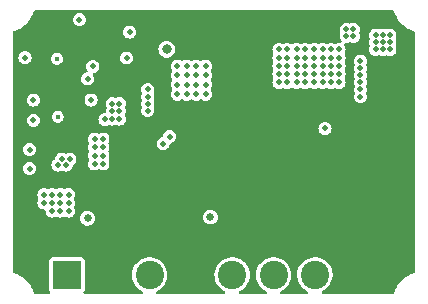
<source format=gbr>
%TF.GenerationSoftware,KiCad,Pcbnew,(6.0.6)*%
%TF.CreationDate,2023-10-14T19:09:52-05:00*%
%TF.ProjectId,Gauntl33tVoltageRegulator,4761756e-746c-4333-9374-566f6c746167,rev?*%
%TF.SameCoordinates,Original*%
%TF.FileFunction,Copper,L2,Inr*%
%TF.FilePolarity,Positive*%
%FSLAX46Y46*%
G04 Gerber Fmt 4.6, Leading zero omitted, Abs format (unit mm)*
G04 Created by KiCad (PCBNEW (6.0.6)) date 2023-10-14 19:09:52*
%MOMM*%
%LPD*%
G01*
G04 APERTURE LIST*
%TA.AperFunction,ComponentPad*%
%ADD10R,2.400000X2.400000*%
%TD*%
%TA.AperFunction,ComponentPad*%
%ADD11C,2.400000*%
%TD*%
%TA.AperFunction,ViaPad*%
%ADD12C,0.500000*%
%TD*%
%TA.AperFunction,ViaPad*%
%ADD13C,0.650000*%
%TD*%
%TA.AperFunction,ViaPad*%
%ADD14C,0.800000*%
%TD*%
%TA.AperFunction,ViaPad*%
%ADD15C,0.400000*%
%TD*%
G04 APERTURE END LIST*
D10*
%TO.N,Net-(F2-Pad1)*%
%TO.C,J1*%
X122050000Y-128900000D03*
D11*
%TO.N,GND*%
X125550000Y-128900000D03*
%TO.N,Net-(F1-Pad1)*%
X129050000Y-128900000D03*
%TO.N,GND*%
X132550000Y-128900000D03*
%TO.N,Net-(J1-Pad5)*%
X136050000Y-128900000D03*
%TO.N,/EN*%
X139550000Y-128900000D03*
%TO.N,/5V*%
X143050000Y-128900000D03*
%TO.N,GND*%
X146550000Y-128900000D03*
%TD*%
D12*
%TO.N,/+20V*%
X126500000Y-115700000D03*
X125100000Y-117400000D03*
X126500000Y-114400000D03*
D13*
X123800000Y-124100000D03*
D12*
X125900000Y-115700000D03*
X143900000Y-116500000D03*
X125100000Y-119500000D03*
X125265498Y-115734502D03*
X125100000Y-118800000D03*
X124400000Y-118800000D03*
X124400000Y-118100000D03*
X121987162Y-119604940D03*
X126500000Y-115000000D03*
X122300000Y-119100000D03*
X121300000Y-119600000D03*
X125900000Y-115000000D03*
X125900000Y-114400000D03*
X124100000Y-114100000D03*
X125100000Y-118100000D03*
X124400000Y-119500000D03*
X121600000Y-119100000D03*
X124400000Y-117400000D03*
%TO.N,GND*%
X132800000Y-116000000D03*
X134700000Y-118500000D03*
X131400000Y-123100000D03*
X150100000Y-122800000D03*
X140600000Y-115400000D03*
X137000000Y-113600000D03*
X126500000Y-112500000D03*
X132800000Y-115400000D03*
X137000000Y-114200000D03*
X128000000Y-122400000D03*
X146200000Y-118600000D03*
X126500000Y-127000000D03*
X136400000Y-114200000D03*
X150600000Y-112100000D03*
X137600000Y-112400000D03*
X128700000Y-121700000D03*
X150100000Y-123400000D03*
X149000000Y-130200000D03*
X138200000Y-114200000D03*
X131600000Y-116000000D03*
X122000000Y-111300000D03*
X138200000Y-111800000D03*
X138200000Y-113000000D03*
X137700000Y-130200000D03*
X146800000Y-119200000D03*
X141600000Y-130200000D03*
X145000000Y-121600000D03*
X136400000Y-113000000D03*
X136400000Y-108200000D03*
X128000000Y-118600000D03*
X146000000Y-106800000D03*
X137200000Y-123800000D03*
X131000000Y-127500000D03*
X135200000Y-115400000D03*
X146200000Y-119200000D03*
X136400000Y-111200000D03*
X128700000Y-120000000D03*
X137800000Y-127400000D03*
X135200000Y-112400000D03*
X130800000Y-130200000D03*
X137600000Y-108200000D03*
X134600000Y-116000000D03*
X151300000Y-114200000D03*
X135800000Y-116000000D03*
X151300000Y-110900000D03*
X135800000Y-113000000D03*
X127262000Y-112760000D03*
X150700000Y-121600000D03*
X134600000Y-115400000D03*
X150700000Y-122800000D03*
X118800000Y-109300000D03*
X136400000Y-111800000D03*
X127900000Y-113400000D03*
X150600000Y-114200000D03*
X151300000Y-110300000D03*
X126500000Y-113500000D03*
X140800000Y-127600000D03*
X137600000Y-110000000D03*
X145600000Y-121000000D03*
X145000000Y-122200000D03*
X136400000Y-115400000D03*
X138200000Y-110600000D03*
X145000000Y-119800000D03*
X130700000Y-123100000D03*
X129400000Y-122400000D03*
X141200000Y-115400000D03*
X148300000Y-130200000D03*
X140900000Y-130200000D03*
X146800000Y-121600000D03*
X146200000Y-119800000D03*
X124600000Y-127000000D03*
X146200000Y-123400000D03*
X140000000Y-121500000D03*
X136400000Y-116000000D03*
X129400000Y-120700000D03*
X129400000Y-120000000D03*
X137600000Y-110600000D03*
X125900000Y-112500000D03*
X134000000Y-116000000D03*
X127200000Y-130200000D03*
X136400000Y-112400000D03*
X135200000Y-110000000D03*
X146200000Y-122800000D03*
X127900000Y-114600000D03*
X146700000Y-106800000D03*
X135800000Y-114200000D03*
X137000000Y-110000000D03*
X133400000Y-116000000D03*
X136000000Y-123800000D03*
X151300000Y-114900000D03*
X135200000Y-108200000D03*
X150600000Y-113500000D03*
X146200000Y-121000000D03*
X150700000Y-123400000D03*
X131600000Y-115400000D03*
X127900000Y-115200000D03*
X137600000Y-111800000D03*
X140000000Y-120100000D03*
X135200000Y-111800000D03*
X128600000Y-110200000D03*
X146800000Y-121000000D03*
X125900000Y-113500000D03*
X150600000Y-110900000D03*
X144800000Y-130200000D03*
X128700000Y-122400000D03*
X137000000Y-108200000D03*
X145600000Y-122200000D03*
X129400000Y-119300000D03*
X137600000Y-115400000D03*
X129400000Y-121700000D03*
X145600000Y-120400000D03*
X135200000Y-110600000D03*
X150600000Y-109000000D03*
X137000000Y-110600000D03*
X138200000Y-111200000D03*
X146800000Y-119800000D03*
X137000000Y-111200000D03*
X134700000Y-119900000D03*
X137600000Y-114800000D03*
X138200000Y-110000000D03*
X150700000Y-118600000D03*
X146800000Y-122200000D03*
X140000000Y-115400000D03*
X132200000Y-115400000D03*
X137000000Y-113000000D03*
X120100000Y-113300000D03*
X135800000Y-112400000D03*
X138200000Y-113600000D03*
X145000000Y-121000000D03*
X136400000Y-113600000D03*
X137000000Y-111800000D03*
X134700000Y-119200000D03*
X133400000Y-115400000D03*
X145600000Y-119800000D03*
X128000000Y-121700000D03*
X138800000Y-115400000D03*
X125900000Y-113000000D03*
X128700000Y-120700000D03*
X145000000Y-119200000D03*
X127900000Y-114000000D03*
X128000000Y-120000000D03*
X136400000Y-114800000D03*
X144800000Y-127600000D03*
X123800000Y-130300000D03*
X135200000Y-113000000D03*
X129400000Y-118600000D03*
X146800000Y-123400000D03*
X135200000Y-113600000D03*
X139400000Y-115400000D03*
X134000000Y-115400000D03*
X151300000Y-111500000D03*
X151300000Y-113500000D03*
X135200000Y-111200000D03*
X128000000Y-120700000D03*
X136400000Y-107600000D03*
X141800000Y-115400000D03*
X137600000Y-111200000D03*
X136000000Y-123200000D03*
X135800000Y-107600000D03*
X150600000Y-112800000D03*
X145000000Y-118600000D03*
X150700000Y-119200000D03*
X146800000Y-120400000D03*
X134700000Y-120600000D03*
X137600000Y-107600000D03*
X135200000Y-114800000D03*
X138200000Y-107600000D03*
X128000000Y-123100000D03*
X138200000Y-114800000D03*
X130700000Y-122400000D03*
X135800000Y-115400000D03*
X151300000Y-112100000D03*
X143100000Y-124400000D03*
X135200000Y-114200000D03*
X146200000Y-122200000D03*
X128700000Y-118600000D03*
X124200000Y-106800000D03*
X150600000Y-111500000D03*
X135800000Y-111800000D03*
X127300000Y-114000000D03*
X151300000Y-112800000D03*
X145000000Y-120400000D03*
X140000000Y-122200000D03*
X136400000Y-110000000D03*
X150700000Y-120400000D03*
X145600000Y-118600000D03*
X135800000Y-113600000D03*
X127300000Y-115200000D03*
D14*
X119000000Y-129000000D03*
D12*
X129400000Y-123100000D03*
X146800000Y-122800000D03*
X146200000Y-121600000D03*
X144600000Y-106800000D03*
X128700000Y-123100000D03*
X145600000Y-122800000D03*
X146200000Y-120400000D03*
X150600000Y-110300000D03*
X145000000Y-123400000D03*
X150600000Y-114900000D03*
X137600000Y-113600000D03*
X137000000Y-112400000D03*
X151300000Y-109000000D03*
X150600000Y-109700000D03*
X122600000Y-107900000D03*
D14*
X118000000Y-128000000D03*
D12*
X137600000Y-116000000D03*
X127300000Y-114600000D03*
X131400000Y-122400000D03*
X122200000Y-114000000D03*
X135800000Y-111200000D03*
X135200000Y-107600000D03*
X128700000Y-119300000D03*
X128000000Y-119300000D03*
X135200000Y-116000000D03*
X151300000Y-109700000D03*
X137000000Y-115400000D03*
X150700000Y-122200000D03*
X137600000Y-113000000D03*
X135800000Y-114800000D03*
X136600000Y-123800000D03*
X138200000Y-116000000D03*
X150700000Y-121000000D03*
X121800000Y-116900000D03*
X135800000Y-110000000D03*
X146800000Y-118600000D03*
X150700000Y-119800000D03*
X138200000Y-115400000D03*
X140000000Y-120800000D03*
X138200000Y-112400000D03*
X127300000Y-113400000D03*
X135800000Y-108200000D03*
X137000000Y-107600000D03*
X145600000Y-121600000D03*
X137000000Y-116000000D03*
X145600000Y-119200000D03*
X134300000Y-127600000D03*
X132200000Y-116000000D03*
X137000000Y-114800000D03*
X137600000Y-114200000D03*
X134300000Y-130200000D03*
X138800000Y-116000000D03*
X150600000Y-108300000D03*
X138200000Y-108200000D03*
X135800000Y-110600000D03*
X136600000Y-123200000D03*
X126500000Y-113000000D03*
X145600000Y-123400000D03*
X145000000Y-122800000D03*
X136400000Y-110600000D03*
X145300000Y-106800000D03*
%TO.N,Net-(200K1-Pad3)*%
X123100000Y-107300000D03*
X119200000Y-115800000D03*
%TO.N,/PGOOD*%
X130200000Y-117800000D03*
X127121588Y-110521588D03*
D13*
%TO.N,/5V*%
X134200000Y-124000000D03*
D12*
X118900000Y-119900000D03*
%TO.N,/Vreg*%
X144400000Y-112600000D03*
X143000000Y-112600000D03*
X146300000Y-108100000D03*
X140000000Y-111900000D03*
X140700000Y-110500000D03*
X142200000Y-109800000D03*
X143000000Y-111200000D03*
X145700000Y-108100000D03*
X145100000Y-112600000D03*
X141500000Y-111200000D03*
X140700000Y-109800000D03*
X146900000Y-111400000D03*
X143700000Y-111900000D03*
X140000000Y-109800000D03*
X140000000Y-112600000D03*
X143700000Y-109800000D03*
X145100000Y-109800000D03*
X143000000Y-109800000D03*
X146300000Y-108700000D03*
X142200000Y-110500000D03*
X145100000Y-111900000D03*
X143700000Y-110500000D03*
X145100000Y-111200000D03*
X142200000Y-112600000D03*
X146900000Y-110800000D03*
X140700000Y-112600000D03*
X146900000Y-112000000D03*
X144400000Y-110500000D03*
X140000000Y-111200000D03*
X142200000Y-111900000D03*
X145700000Y-108700000D03*
X141500000Y-112600000D03*
X140700000Y-111200000D03*
X143000000Y-110500000D03*
X140000000Y-110500000D03*
X143700000Y-112600000D03*
X124246000Y-111254000D03*
X146900000Y-112600000D03*
X142200000Y-111200000D03*
X143700000Y-111200000D03*
X141500000Y-111900000D03*
X146900000Y-113200000D03*
X144400000Y-109800000D03*
X143000000Y-111900000D03*
X141500000Y-109800000D03*
X144400000Y-111900000D03*
X146900000Y-113800000D03*
X144400000Y-111200000D03*
X145100000Y-110500000D03*
X140700000Y-111900000D03*
X141500000Y-110500000D03*
%TO.N,Net-(IC1-Pad5)*%
X131400000Y-112800000D03*
X128900000Y-114400000D03*
X133800000Y-112800000D03*
X128900000Y-115000000D03*
X131400000Y-112000000D03*
X133800000Y-111200000D03*
X133000000Y-111200000D03*
X133800000Y-112000000D03*
X133000000Y-112000000D03*
X132200000Y-112800000D03*
X132200000Y-113600000D03*
X133000000Y-112800000D03*
X131400000Y-113600000D03*
X128900000Y-113800000D03*
X131400000Y-111200000D03*
X132200000Y-111200000D03*
X133800000Y-113600000D03*
X128900000Y-113200000D03*
X132200000Y-112000000D03*
X133000000Y-113600000D03*
%TO.N,Net-(200K1-Pad1)*%
X119200000Y-114100000D03*
X118500000Y-110500000D03*
%TO.N,Net-(F2-Pad1)*%
X122200000Y-122800000D03*
X121500000Y-122100000D03*
X122200000Y-123500000D03*
X121500000Y-122800000D03*
X120800000Y-123500000D03*
X120800000Y-122800000D03*
X120100000Y-122800000D03*
X120100000Y-122100000D03*
X121500000Y-123500000D03*
X120800000Y-122100000D03*
X122200000Y-122100000D03*
D15*
%TO.N,+5VP*%
X121215000Y-110610000D03*
X121275000Y-115520000D03*
D12*
X127367500Y-108332061D03*
D14*
X130500000Y-109800000D03*
D12*
X118900000Y-118300000D03*
%TO.N,Net-(F1-Pad1)*%
X148200000Y-109800000D03*
X148200000Y-108600000D03*
X149400000Y-109800000D03*
X149400000Y-109200000D03*
X148800000Y-109800000D03*
X148200000Y-109200000D03*
X148800000Y-109200000D03*
X149400000Y-108600000D03*
X148800000Y-108600000D03*
%TO.N,/EN*%
X130749500Y-117200000D03*
X123800000Y-112300000D03*
%TD*%
%TA.AperFunction,Conductor*%
%TO.N,GND*%
G36*
X123104707Y-106519976D02*
G01*
X123143913Y-106501505D01*
X123163327Y-106500000D01*
X149653489Y-106500000D01*
X149721610Y-106520002D01*
X149768103Y-106573658D01*
X149773784Y-106588515D01*
X149845063Y-106817260D01*
X149959285Y-107071050D01*
X150103265Y-107309222D01*
X150105606Y-107312210D01*
X150105608Y-107312213D01*
X150208629Y-107443709D01*
X150274904Y-107528302D01*
X150471698Y-107725096D01*
X150474698Y-107727447D01*
X150474701Y-107727449D01*
X150637827Y-107855250D01*
X150690778Y-107896735D01*
X150694032Y-107898702D01*
X150925689Y-108038744D01*
X150925693Y-108038746D01*
X150928950Y-108040715D01*
X151055845Y-108097826D01*
X151179264Y-108153373D01*
X151179270Y-108153375D01*
X151182740Y-108154937D01*
X151186376Y-108156070D01*
X151411485Y-108226216D01*
X151470571Y-108265578D01*
X151498996Y-108330636D01*
X151500000Y-108346511D01*
X151500000Y-128653489D01*
X151479998Y-128721610D01*
X151426342Y-128768103D01*
X151411485Y-128773784D01*
X151182740Y-128845063D01*
X151179270Y-128846625D01*
X151179264Y-128846627D01*
X151142410Y-128863214D01*
X150928950Y-128959285D01*
X150925693Y-128961254D01*
X150925689Y-128961256D01*
X150773950Y-129052986D01*
X150690778Y-129103265D01*
X150687790Y-129105606D01*
X150687787Y-129105608D01*
X150474701Y-129272551D01*
X150471698Y-129274904D01*
X150274904Y-129471698D01*
X150272553Y-129474698D01*
X150272551Y-129474701D01*
X150115264Y-129675463D01*
X150103265Y-129690778D01*
X150101298Y-129694032D01*
X149989188Y-129879485D01*
X149959285Y-129928950D01*
X149906446Y-130046353D01*
X149846750Y-130178992D01*
X149845063Y-130182740D01*
X149814461Y-130280945D01*
X149773784Y-130411485D01*
X149734422Y-130470571D01*
X149669364Y-130498996D01*
X149653489Y-130500000D01*
X143738475Y-130500000D01*
X143670354Y-130479998D01*
X143623861Y-130426342D01*
X143613757Y-130356068D01*
X143643251Y-130291488D01*
X143683043Y-130260849D01*
X143816303Y-130195566D01*
X143816308Y-130195563D01*
X143820954Y-130193287D01*
X143825164Y-130190284D01*
X143825169Y-130190281D01*
X144017617Y-130053009D01*
X144017622Y-130053005D01*
X144021829Y-130050004D01*
X144196605Y-129875837D01*
X144340588Y-129675463D01*
X144449911Y-129454264D01*
X144505120Y-129272551D01*
X144520135Y-129223132D01*
X144520136Y-129223126D01*
X144521639Y-129218180D01*
X144553845Y-128973550D01*
X144555643Y-128900000D01*
X144542030Y-128734422D01*
X144535849Y-128659240D01*
X144535848Y-128659234D01*
X144535425Y-128654089D01*
X144475316Y-128414783D01*
X144376928Y-128188507D01*
X144242905Y-127981339D01*
X144216635Y-127952468D01*
X144190243Y-127923464D01*
X144076846Y-127798842D01*
X144072795Y-127795643D01*
X144072791Y-127795639D01*
X143887264Y-127649119D01*
X143887259Y-127649116D01*
X143883210Y-127645918D01*
X143878694Y-127643425D01*
X143878691Y-127643423D01*
X143671722Y-127529170D01*
X143671718Y-127529168D01*
X143667198Y-127526673D01*
X143662329Y-127524949D01*
X143662325Y-127524947D01*
X143439485Y-127446035D01*
X143439481Y-127446034D01*
X143434610Y-127444309D01*
X143429517Y-127443402D01*
X143429514Y-127443401D01*
X143196783Y-127401945D01*
X143196777Y-127401944D01*
X143191694Y-127401039D01*
X143112324Y-127400069D01*
X142950142Y-127398088D01*
X142950140Y-127398088D01*
X142944972Y-127398025D01*
X142701070Y-127435347D01*
X142466540Y-127512003D01*
X142380153Y-127556973D01*
X142257144Y-127621008D01*
X142247679Y-127625935D01*
X142243546Y-127629038D01*
X142243543Y-127629040D01*
X142054499Y-127770978D01*
X142050364Y-127774083D01*
X141879896Y-127952468D01*
X141876982Y-127956740D01*
X141876981Y-127956741D01*
X141857238Y-127985683D01*
X141740851Y-128156300D01*
X141636965Y-128380104D01*
X141571026Y-128617871D01*
X141544806Y-128863214D01*
X141559010Y-129109545D01*
X141560147Y-129114591D01*
X141560148Y-129114597D01*
X141582336Y-129213051D01*
X141613255Y-129350249D01*
X141706084Y-129578861D01*
X141835006Y-129789241D01*
X141996557Y-129975741D01*
X142186399Y-130133351D01*
X142199342Y-130140914D01*
X142394967Y-130255229D01*
X142394974Y-130255232D01*
X142399433Y-130257838D01*
X142404262Y-130259682D01*
X142405698Y-130260370D01*
X142458488Y-130307844D01*
X142477232Y-130376321D01*
X142455978Y-130444062D01*
X142401475Y-130489558D01*
X142351253Y-130500000D01*
X140238475Y-130500000D01*
X140170354Y-130479998D01*
X140123861Y-130426342D01*
X140113757Y-130356068D01*
X140143251Y-130291488D01*
X140183043Y-130260849D01*
X140316303Y-130195566D01*
X140316308Y-130195563D01*
X140320954Y-130193287D01*
X140325164Y-130190284D01*
X140325169Y-130190281D01*
X140517617Y-130053009D01*
X140517622Y-130053005D01*
X140521829Y-130050004D01*
X140696605Y-129875837D01*
X140840588Y-129675463D01*
X140949911Y-129454264D01*
X141005120Y-129272551D01*
X141020135Y-129223132D01*
X141020136Y-129223126D01*
X141021639Y-129218180D01*
X141053845Y-128973550D01*
X141055643Y-128900000D01*
X141042030Y-128734422D01*
X141035849Y-128659240D01*
X141035848Y-128659234D01*
X141035425Y-128654089D01*
X140975316Y-128414783D01*
X140876928Y-128188507D01*
X140742905Y-127981339D01*
X140716635Y-127952468D01*
X140690243Y-127923464D01*
X140576846Y-127798842D01*
X140572795Y-127795643D01*
X140572791Y-127795639D01*
X140387264Y-127649119D01*
X140387259Y-127649116D01*
X140383210Y-127645918D01*
X140378694Y-127643425D01*
X140378691Y-127643423D01*
X140171722Y-127529170D01*
X140171718Y-127529168D01*
X140167198Y-127526673D01*
X140162329Y-127524949D01*
X140162325Y-127524947D01*
X139939485Y-127446035D01*
X139939481Y-127446034D01*
X139934610Y-127444309D01*
X139929517Y-127443402D01*
X139929514Y-127443401D01*
X139696783Y-127401945D01*
X139696777Y-127401944D01*
X139691694Y-127401039D01*
X139612324Y-127400069D01*
X139450142Y-127398088D01*
X139450140Y-127398088D01*
X139444972Y-127398025D01*
X139201070Y-127435347D01*
X138966540Y-127512003D01*
X138880153Y-127556973D01*
X138757144Y-127621008D01*
X138747679Y-127625935D01*
X138743546Y-127629038D01*
X138743543Y-127629040D01*
X138554499Y-127770978D01*
X138550364Y-127774083D01*
X138379896Y-127952468D01*
X138376982Y-127956740D01*
X138376981Y-127956741D01*
X138357238Y-127985683D01*
X138240851Y-128156300D01*
X138136965Y-128380104D01*
X138071026Y-128617871D01*
X138044806Y-128863214D01*
X138059010Y-129109545D01*
X138060147Y-129114591D01*
X138060148Y-129114597D01*
X138082336Y-129213051D01*
X138113255Y-129350249D01*
X138206084Y-129578861D01*
X138335006Y-129789241D01*
X138496557Y-129975741D01*
X138686399Y-130133351D01*
X138699342Y-130140914D01*
X138894967Y-130255229D01*
X138894974Y-130255232D01*
X138899433Y-130257838D01*
X138904262Y-130259682D01*
X138905698Y-130260370D01*
X138958488Y-130307844D01*
X138977232Y-130376321D01*
X138955978Y-130444062D01*
X138901475Y-130489558D01*
X138851253Y-130500000D01*
X136738475Y-130500000D01*
X136670354Y-130479998D01*
X136623861Y-130426342D01*
X136613757Y-130356068D01*
X136643251Y-130291488D01*
X136683043Y-130260849D01*
X136816303Y-130195566D01*
X136816308Y-130195563D01*
X136820954Y-130193287D01*
X136825164Y-130190284D01*
X136825169Y-130190281D01*
X137017617Y-130053009D01*
X137017622Y-130053005D01*
X137021829Y-130050004D01*
X137196605Y-129875837D01*
X137340588Y-129675463D01*
X137449911Y-129454264D01*
X137505120Y-129272551D01*
X137520135Y-129223132D01*
X137520136Y-129223126D01*
X137521639Y-129218180D01*
X137553845Y-128973550D01*
X137555643Y-128900000D01*
X137542030Y-128734422D01*
X137535849Y-128659240D01*
X137535848Y-128659234D01*
X137535425Y-128654089D01*
X137475316Y-128414783D01*
X137376928Y-128188507D01*
X137242905Y-127981339D01*
X137216635Y-127952468D01*
X137190243Y-127923464D01*
X137076846Y-127798842D01*
X137072795Y-127795643D01*
X137072791Y-127795639D01*
X136887264Y-127649119D01*
X136887259Y-127649116D01*
X136883210Y-127645918D01*
X136878694Y-127643425D01*
X136878691Y-127643423D01*
X136671722Y-127529170D01*
X136671718Y-127529168D01*
X136667198Y-127526673D01*
X136662329Y-127524949D01*
X136662325Y-127524947D01*
X136439485Y-127446035D01*
X136439481Y-127446034D01*
X136434610Y-127444309D01*
X136429517Y-127443402D01*
X136429514Y-127443401D01*
X136196783Y-127401945D01*
X136196777Y-127401944D01*
X136191694Y-127401039D01*
X136112324Y-127400069D01*
X135950142Y-127398088D01*
X135950140Y-127398088D01*
X135944972Y-127398025D01*
X135701070Y-127435347D01*
X135466540Y-127512003D01*
X135380153Y-127556973D01*
X135257144Y-127621008D01*
X135247679Y-127625935D01*
X135243546Y-127629038D01*
X135243543Y-127629040D01*
X135054499Y-127770978D01*
X135050364Y-127774083D01*
X134879896Y-127952468D01*
X134876982Y-127956740D01*
X134876981Y-127956741D01*
X134857238Y-127985683D01*
X134740851Y-128156300D01*
X134636965Y-128380104D01*
X134571026Y-128617871D01*
X134544806Y-128863214D01*
X134559010Y-129109545D01*
X134560147Y-129114591D01*
X134560148Y-129114597D01*
X134582336Y-129213051D01*
X134613255Y-129350249D01*
X134706084Y-129578861D01*
X134835006Y-129789241D01*
X134996557Y-129975741D01*
X135186399Y-130133351D01*
X135199342Y-130140914D01*
X135394967Y-130255229D01*
X135394974Y-130255232D01*
X135399433Y-130257838D01*
X135404262Y-130259682D01*
X135405698Y-130260370D01*
X135458488Y-130307844D01*
X135477232Y-130376321D01*
X135455978Y-130444062D01*
X135401475Y-130489558D01*
X135351253Y-130500000D01*
X129738475Y-130500000D01*
X129670354Y-130479998D01*
X129623861Y-130426342D01*
X129613757Y-130356068D01*
X129643251Y-130291488D01*
X129683043Y-130260849D01*
X129816303Y-130195566D01*
X129816308Y-130195563D01*
X129820954Y-130193287D01*
X129825164Y-130190284D01*
X129825169Y-130190281D01*
X130017617Y-130053009D01*
X130017622Y-130053005D01*
X130021829Y-130050004D01*
X130196605Y-129875837D01*
X130340588Y-129675463D01*
X130449911Y-129454264D01*
X130505120Y-129272551D01*
X130520135Y-129223132D01*
X130520136Y-129223126D01*
X130521639Y-129218180D01*
X130553845Y-128973550D01*
X130555643Y-128900000D01*
X130542030Y-128734422D01*
X130535849Y-128659240D01*
X130535848Y-128659234D01*
X130535425Y-128654089D01*
X130475316Y-128414783D01*
X130376928Y-128188507D01*
X130242905Y-127981339D01*
X130216635Y-127952468D01*
X130190243Y-127923464D01*
X130076846Y-127798842D01*
X130072795Y-127795643D01*
X130072791Y-127795639D01*
X129887264Y-127649119D01*
X129887259Y-127649116D01*
X129883210Y-127645918D01*
X129878694Y-127643425D01*
X129878691Y-127643423D01*
X129671722Y-127529170D01*
X129671718Y-127529168D01*
X129667198Y-127526673D01*
X129662329Y-127524949D01*
X129662325Y-127524947D01*
X129439485Y-127446035D01*
X129439481Y-127446034D01*
X129434610Y-127444309D01*
X129429517Y-127443402D01*
X129429514Y-127443401D01*
X129196783Y-127401945D01*
X129196777Y-127401944D01*
X129191694Y-127401039D01*
X129112324Y-127400069D01*
X128950142Y-127398088D01*
X128950140Y-127398088D01*
X128944972Y-127398025D01*
X128701070Y-127435347D01*
X128466540Y-127512003D01*
X128380153Y-127556973D01*
X128257144Y-127621008D01*
X128247679Y-127625935D01*
X128243546Y-127629038D01*
X128243543Y-127629040D01*
X128054499Y-127770978D01*
X128050364Y-127774083D01*
X127879896Y-127952468D01*
X127876982Y-127956740D01*
X127876981Y-127956741D01*
X127857238Y-127985683D01*
X127740851Y-128156300D01*
X127636965Y-128380104D01*
X127571026Y-128617871D01*
X127544806Y-128863214D01*
X127559010Y-129109545D01*
X127560147Y-129114591D01*
X127560148Y-129114597D01*
X127582336Y-129213051D01*
X127613255Y-129350249D01*
X127706084Y-129578861D01*
X127835006Y-129789241D01*
X127996557Y-129975741D01*
X128186399Y-130133351D01*
X128199342Y-130140914D01*
X128394967Y-130255229D01*
X128394974Y-130255232D01*
X128399433Y-130257838D01*
X128404262Y-130259682D01*
X128405698Y-130260370D01*
X128458488Y-130307844D01*
X128477232Y-130376321D01*
X128455978Y-130444062D01*
X128401475Y-130489558D01*
X128351253Y-130500000D01*
X123579166Y-130500000D01*
X123511045Y-130479998D01*
X123464552Y-130426342D01*
X123454448Y-130356068D01*
X123483942Y-130291488D01*
X123489994Y-130284981D01*
X123494024Y-130280945D01*
X123494025Y-130280943D01*
X123502241Y-130272713D01*
X123507487Y-130260849D01*
X123543675Y-130178992D01*
X123547506Y-130170327D01*
X123550500Y-130144646D01*
X123550500Y-127655354D01*
X123547382Y-127629154D01*
X123501939Y-127526847D01*
X123489464Y-127514393D01*
X123430945Y-127455977D01*
X123422713Y-127447759D01*
X123412076Y-127443056D01*
X123412074Y-127443055D01*
X123352538Y-127416735D01*
X123320327Y-127402494D01*
X123294646Y-127399500D01*
X120805354Y-127399500D01*
X120801650Y-127399941D01*
X120801647Y-127399941D01*
X120794254Y-127400821D01*
X120779154Y-127402618D01*
X120676847Y-127448061D01*
X120597759Y-127527287D01*
X120552494Y-127629673D01*
X120549500Y-127655354D01*
X120549500Y-130144646D01*
X120552618Y-130170846D01*
X120598061Y-130273153D01*
X120606295Y-130281373D01*
X120606296Y-130281374D01*
X120609756Y-130284828D01*
X120643835Y-130347111D01*
X120638830Y-130417931D01*
X120596332Y-130474804D01*
X120529833Y-130499671D01*
X120520737Y-130500000D01*
X119346511Y-130500000D01*
X119278390Y-130479998D01*
X119231897Y-130426342D01*
X119226216Y-130411485D01*
X119185539Y-130280945D01*
X119154937Y-130182740D01*
X119153251Y-130178992D01*
X119093554Y-130046353D01*
X119040715Y-129928950D01*
X119010813Y-129879485D01*
X118898702Y-129694032D01*
X118896735Y-129690778D01*
X118884737Y-129675463D01*
X118727449Y-129474701D01*
X118727447Y-129474698D01*
X118725096Y-129471698D01*
X118528302Y-129274904D01*
X118525299Y-129272551D01*
X118312213Y-129105608D01*
X118312210Y-129105606D01*
X118309222Y-129103265D01*
X118226050Y-129052986D01*
X118074311Y-128961256D01*
X118074307Y-128961254D01*
X118071050Y-128959285D01*
X117857590Y-128863214D01*
X117820736Y-128846627D01*
X117820730Y-128846625D01*
X117817260Y-128845063D01*
X117588515Y-128773784D01*
X117529429Y-128734422D01*
X117501004Y-128669364D01*
X117500000Y-128653489D01*
X117500000Y-124093402D01*
X123169941Y-124093402D01*
X123186554Y-124243883D01*
X123238582Y-124386057D01*
X123242819Y-124392363D01*
X123242821Y-124392366D01*
X123255824Y-124411716D01*
X123323022Y-124511716D01*
X123434998Y-124613607D01*
X123441675Y-124617232D01*
X123441676Y-124617233D01*
X123561370Y-124682222D01*
X123561372Y-124682223D01*
X123568047Y-124685847D01*
X123575396Y-124687775D01*
X123707136Y-124722336D01*
X123707138Y-124722336D01*
X123714486Y-124724264D01*
X123794562Y-124725522D01*
X123858266Y-124726523D01*
X123858269Y-124726523D01*
X123865863Y-124726642D01*
X124013437Y-124692843D01*
X124080731Y-124658998D01*
X124141906Y-124628231D01*
X124141909Y-124628229D01*
X124148689Y-124624819D01*
X124263810Y-124526495D01*
X124352156Y-124403550D01*
X124408624Y-124263080D01*
X124429956Y-124113196D01*
X124430094Y-124100000D01*
X124417194Y-123993402D01*
X133569941Y-123993402D01*
X133586554Y-124143883D01*
X133638582Y-124286057D01*
X133642819Y-124292363D01*
X133642821Y-124292366D01*
X133681412Y-124349794D01*
X133723022Y-124411716D01*
X133834998Y-124513607D01*
X133841675Y-124517232D01*
X133841676Y-124517233D01*
X133961370Y-124582222D01*
X133961372Y-124582223D01*
X133968047Y-124585847D01*
X133975396Y-124587775D01*
X134107136Y-124622336D01*
X134107138Y-124622336D01*
X134114486Y-124624264D01*
X134194562Y-124625522D01*
X134258266Y-124626523D01*
X134258269Y-124626523D01*
X134265863Y-124626642D01*
X134413437Y-124592843D01*
X134480731Y-124558998D01*
X134541906Y-124528231D01*
X134541909Y-124528229D01*
X134548689Y-124524819D01*
X134663810Y-124426495D01*
X134752156Y-124303550D01*
X134808624Y-124163080D01*
X134829956Y-124013196D01*
X134830094Y-124000000D01*
X134828161Y-123984021D01*
X134812818Y-123857241D01*
X134811906Y-123849701D01*
X134798862Y-123815182D01*
X134761076Y-123715182D01*
X134761075Y-123715179D01*
X134758392Y-123708080D01*
X134672640Y-123583311D01*
X134579134Y-123500000D01*
X134565270Y-123487648D01*
X134565269Y-123487648D01*
X134559603Y-123482599D01*
X134552897Y-123479048D01*
X134552895Y-123479047D01*
X134492704Y-123447178D01*
X134425805Y-123411757D01*
X134278972Y-123374874D01*
X134271374Y-123374834D01*
X134271372Y-123374834D01*
X134206775Y-123374496D01*
X134127579Y-123374082D01*
X134120200Y-123375854D01*
X134120196Y-123375854D01*
X133987746Y-123407652D01*
X133987742Y-123407653D01*
X133980367Y-123409424D01*
X133973622Y-123412905D01*
X133973623Y-123412905D01*
X133853560Y-123474874D01*
X133845835Y-123478861D01*
X133840113Y-123483853D01*
X133840111Y-123483854D01*
X133737474Y-123573390D01*
X133737471Y-123573393D01*
X133731749Y-123578385D01*
X133727382Y-123584599D01*
X133653610Y-123689566D01*
X133644696Y-123702249D01*
X133589702Y-123843302D01*
X133588711Y-123850831D01*
X133574702Y-123957241D01*
X133569941Y-123993402D01*
X124417194Y-123993402D01*
X124411906Y-123949701D01*
X124402695Y-123925325D01*
X124361076Y-123815182D01*
X124361075Y-123815179D01*
X124358392Y-123808080D01*
X124315516Y-123745695D01*
X124276939Y-123689566D01*
X124272640Y-123683311D01*
X124159603Y-123582599D01*
X124152897Y-123579048D01*
X124152895Y-123579047D01*
X124092704Y-123547178D01*
X124025805Y-123511757D01*
X123878972Y-123474874D01*
X123871374Y-123474834D01*
X123871372Y-123474834D01*
X123806775Y-123474496D01*
X123727579Y-123474082D01*
X123720200Y-123475854D01*
X123720196Y-123475854D01*
X123587746Y-123507652D01*
X123587742Y-123507653D01*
X123580367Y-123509424D01*
X123445835Y-123578861D01*
X123440113Y-123583853D01*
X123440111Y-123583854D01*
X123337474Y-123673390D01*
X123337471Y-123673393D01*
X123331749Y-123678385D01*
X123315275Y-123701825D01*
X123257397Y-123784178D01*
X123244696Y-123802249D01*
X123189702Y-123943302D01*
X123188711Y-123950831D01*
X123174964Y-124055250D01*
X123169941Y-124093402D01*
X117500000Y-124093402D01*
X117500000Y-122800000D01*
X119544750Y-122800000D01*
X119563670Y-122943709D01*
X119619139Y-123077625D01*
X119707379Y-123192621D01*
X119822375Y-123280861D01*
X119956291Y-123336330D01*
X120049945Y-123348660D01*
X120091812Y-123354172D01*
X120100000Y-123355250D01*
X120108188Y-123354172D01*
X120116447Y-123354172D01*
X120116447Y-123356696D01*
X120174034Y-123365672D01*
X120227136Y-123412795D01*
X120246332Y-123481147D01*
X120245828Y-123488198D01*
X120245828Y-123491812D01*
X120244750Y-123500000D01*
X120263670Y-123643709D01*
X120319139Y-123777625D01*
X120407379Y-123892621D01*
X120522375Y-123980861D01*
X120656291Y-124036330D01*
X120800000Y-124055250D01*
X120943709Y-124036330D01*
X121077625Y-123980861D01*
X121084175Y-123975835D01*
X121087000Y-123974204D01*
X121155996Y-123957466D01*
X121213000Y-123974204D01*
X121215825Y-123975835D01*
X121222375Y-123980861D01*
X121356291Y-124036330D01*
X121500000Y-124055250D01*
X121643709Y-124036330D01*
X121777625Y-123980861D01*
X121784175Y-123975835D01*
X121787000Y-123974204D01*
X121855996Y-123957466D01*
X121913000Y-123974204D01*
X121915825Y-123975835D01*
X121922375Y-123980861D01*
X122056291Y-124036330D01*
X122200000Y-124055250D01*
X122343709Y-124036330D01*
X122477625Y-123980861D01*
X122592621Y-123892621D01*
X122680861Y-123777625D01*
X122736330Y-123643709D01*
X122755250Y-123500000D01*
X122736330Y-123356291D01*
X122680861Y-123222375D01*
X122675835Y-123215825D01*
X122674204Y-123213000D01*
X122657466Y-123144004D01*
X122674204Y-123087000D01*
X122675835Y-123084175D01*
X122680861Y-123077625D01*
X122736330Y-122943709D01*
X122755250Y-122800000D01*
X122736330Y-122656291D01*
X122680861Y-122522375D01*
X122675835Y-122515825D01*
X122674204Y-122513000D01*
X122657466Y-122444004D01*
X122674204Y-122387000D01*
X122675835Y-122384175D01*
X122680861Y-122377625D01*
X122736330Y-122243709D01*
X122755250Y-122100000D01*
X122736330Y-121956291D01*
X122680861Y-121822375D01*
X122592621Y-121707379D01*
X122477625Y-121619139D01*
X122343709Y-121563670D01*
X122200000Y-121544750D01*
X122056291Y-121563670D01*
X121922375Y-121619139D01*
X121915825Y-121624165D01*
X121913000Y-121625796D01*
X121844004Y-121642534D01*
X121787000Y-121625796D01*
X121784175Y-121624165D01*
X121777625Y-121619139D01*
X121643709Y-121563670D01*
X121500000Y-121544750D01*
X121356291Y-121563670D01*
X121222375Y-121619139D01*
X121215825Y-121624165D01*
X121213000Y-121625796D01*
X121144004Y-121642534D01*
X121087000Y-121625796D01*
X121084175Y-121624165D01*
X121077625Y-121619139D01*
X120943709Y-121563670D01*
X120800000Y-121544750D01*
X120656291Y-121563670D01*
X120522375Y-121619139D01*
X120515825Y-121624165D01*
X120513000Y-121625796D01*
X120444004Y-121642534D01*
X120387000Y-121625796D01*
X120384175Y-121624165D01*
X120377625Y-121619139D01*
X120243709Y-121563670D01*
X120100000Y-121544750D01*
X119956291Y-121563670D01*
X119822375Y-121619139D01*
X119707379Y-121707379D01*
X119619139Y-121822375D01*
X119563670Y-121956291D01*
X119544750Y-122100000D01*
X119563670Y-122243709D01*
X119619139Y-122377625D01*
X119624165Y-122384175D01*
X119625796Y-122387000D01*
X119642534Y-122455996D01*
X119625796Y-122513000D01*
X119624165Y-122515825D01*
X119619139Y-122522375D01*
X119563670Y-122656291D01*
X119544750Y-122800000D01*
X117500000Y-122800000D01*
X117500000Y-119900000D01*
X118344750Y-119900000D01*
X118363670Y-120043709D01*
X118419139Y-120177625D01*
X118507379Y-120292621D01*
X118622375Y-120380861D01*
X118756291Y-120436330D01*
X118900000Y-120455250D01*
X119043709Y-120436330D01*
X119177625Y-120380861D01*
X119292621Y-120292621D01*
X119380861Y-120177625D01*
X119436330Y-120043709D01*
X119455250Y-119900000D01*
X119436330Y-119756291D01*
X119380861Y-119622375D01*
X119363692Y-119600000D01*
X120744750Y-119600000D01*
X120763670Y-119743709D01*
X120819139Y-119877625D01*
X120907379Y-119992621D01*
X121022375Y-120080861D01*
X121156291Y-120136330D01*
X121300000Y-120155250D01*
X121443709Y-120136330D01*
X121577625Y-120080861D01*
X121579154Y-120079688D01*
X121645299Y-120063642D01*
X121702303Y-120080380D01*
X121702986Y-120080775D01*
X121709537Y-120085801D01*
X121843453Y-120141270D01*
X121987162Y-120160190D01*
X122130871Y-120141270D01*
X122264787Y-120085801D01*
X122379783Y-119997561D01*
X122468023Y-119882565D01*
X122523492Y-119748649D01*
X122535169Y-119659955D01*
X122563892Y-119595028D01*
X122583387Y-119576440D01*
X122683005Y-119500000D01*
X123844750Y-119500000D01*
X123863670Y-119643709D01*
X123919139Y-119777625D01*
X124007379Y-119892621D01*
X124122375Y-119980861D01*
X124256291Y-120036330D01*
X124400000Y-120055250D01*
X124543709Y-120036330D01*
X124677625Y-119980861D01*
X124684175Y-119975835D01*
X124687000Y-119974204D01*
X124755996Y-119957466D01*
X124813000Y-119974204D01*
X124815825Y-119975835D01*
X124822375Y-119980861D01*
X124956291Y-120036330D01*
X125100000Y-120055250D01*
X125243709Y-120036330D01*
X125377625Y-119980861D01*
X125492621Y-119892621D01*
X125580861Y-119777625D01*
X125636330Y-119643709D01*
X125655250Y-119500000D01*
X125636330Y-119356291D01*
X125580861Y-119222375D01*
X125575835Y-119215825D01*
X125574204Y-119213000D01*
X125557466Y-119144004D01*
X125574204Y-119087000D01*
X125575835Y-119084175D01*
X125580861Y-119077625D01*
X125636330Y-118943709D01*
X125655250Y-118800000D01*
X125636330Y-118656291D01*
X125580861Y-118522375D01*
X125575835Y-118515825D01*
X125574204Y-118513000D01*
X125557466Y-118444004D01*
X125574204Y-118387000D01*
X125575835Y-118384175D01*
X125580861Y-118377625D01*
X125636330Y-118243709D01*
X125655250Y-118100000D01*
X125636330Y-117956291D01*
X125580861Y-117822375D01*
X125575835Y-117815825D01*
X125574204Y-117813000D01*
X125571050Y-117800000D01*
X129644750Y-117800000D01*
X129663670Y-117943709D01*
X129719139Y-118077625D01*
X129807379Y-118192621D01*
X129922375Y-118280861D01*
X130056291Y-118336330D01*
X130200000Y-118355250D01*
X130343709Y-118336330D01*
X130477625Y-118280861D01*
X130592621Y-118192621D01*
X130680861Y-118077625D01*
X130736330Y-117943709D01*
X130748727Y-117849546D01*
X130777449Y-117784618D01*
X130836715Y-117745527D01*
X130857201Y-117741071D01*
X130893209Y-117736330D01*
X131027125Y-117680861D01*
X131142121Y-117592621D01*
X131230361Y-117477625D01*
X131285830Y-117343709D01*
X131304750Y-117200000D01*
X131285830Y-117056291D01*
X131230361Y-116922375D01*
X131142121Y-116807379D01*
X131027125Y-116719139D01*
X130893209Y-116663670D01*
X130749500Y-116644750D01*
X130605791Y-116663670D01*
X130471875Y-116719139D01*
X130356879Y-116807379D01*
X130268639Y-116922375D01*
X130213170Y-117056291D01*
X130204470Y-117122375D01*
X130200773Y-117150454D01*
X130172051Y-117215382D01*
X130112785Y-117254473D01*
X130092299Y-117258929D01*
X130056291Y-117263670D01*
X129922375Y-117319139D01*
X129807379Y-117407379D01*
X129719139Y-117522375D01*
X129663670Y-117656291D01*
X129644750Y-117800000D01*
X125571050Y-117800000D01*
X125557466Y-117744004D01*
X125574204Y-117687000D01*
X125575835Y-117684175D01*
X125580861Y-117677625D01*
X125636330Y-117543709D01*
X125655250Y-117400000D01*
X125636330Y-117256291D01*
X125580861Y-117122375D01*
X125492621Y-117007379D01*
X125377625Y-116919139D01*
X125243709Y-116863670D01*
X125100000Y-116844750D01*
X124956291Y-116863670D01*
X124822375Y-116919139D01*
X124815825Y-116924165D01*
X124813000Y-116925796D01*
X124744004Y-116942534D01*
X124687000Y-116925796D01*
X124684175Y-116924165D01*
X124677625Y-116919139D01*
X124543709Y-116863670D01*
X124400000Y-116844750D01*
X124256291Y-116863670D01*
X124122375Y-116919139D01*
X124007379Y-117007379D01*
X123919139Y-117122375D01*
X123863670Y-117256291D01*
X123844750Y-117400000D01*
X123863670Y-117543709D01*
X123919139Y-117677625D01*
X123924165Y-117684175D01*
X123925796Y-117687000D01*
X123942534Y-117755996D01*
X123925796Y-117813000D01*
X123924165Y-117815825D01*
X123919139Y-117822375D01*
X123863670Y-117956291D01*
X123844750Y-118100000D01*
X123863670Y-118243709D01*
X123919139Y-118377625D01*
X123924165Y-118384175D01*
X123925796Y-118387000D01*
X123942534Y-118455996D01*
X123925796Y-118513000D01*
X123924165Y-118515825D01*
X123919139Y-118522375D01*
X123863670Y-118656291D01*
X123844750Y-118800000D01*
X123863670Y-118943709D01*
X123919139Y-119077625D01*
X123924165Y-119084175D01*
X123925796Y-119087000D01*
X123942534Y-119155996D01*
X123925796Y-119213000D01*
X123924165Y-119215825D01*
X123919139Y-119222375D01*
X123863670Y-119356291D01*
X123844750Y-119500000D01*
X122683005Y-119500000D01*
X122686071Y-119497647D01*
X122692621Y-119492621D01*
X122780861Y-119377625D01*
X122836330Y-119243709D01*
X122855250Y-119100000D01*
X122836330Y-118956291D01*
X122780861Y-118822375D01*
X122692621Y-118707379D01*
X122577625Y-118619139D01*
X122443709Y-118563670D01*
X122300000Y-118544750D01*
X122156291Y-118563670D01*
X122022375Y-118619139D01*
X122015825Y-118624165D01*
X122013000Y-118625796D01*
X121944004Y-118642534D01*
X121887000Y-118625796D01*
X121884175Y-118624165D01*
X121877625Y-118619139D01*
X121743709Y-118563670D01*
X121600000Y-118544750D01*
X121456291Y-118563670D01*
X121322375Y-118619139D01*
X121207379Y-118707379D01*
X121119139Y-118822375D01*
X121063670Y-118956291D01*
X121062592Y-118964480D01*
X121062592Y-118964481D01*
X121051274Y-119050447D01*
X121022552Y-119115374D01*
X121003056Y-119133963D01*
X120907379Y-119207379D01*
X120819139Y-119322375D01*
X120763670Y-119456291D01*
X120744750Y-119600000D01*
X119363692Y-119600000D01*
X119292621Y-119507379D01*
X119177625Y-119419139D01*
X119043709Y-119363670D01*
X118900000Y-119344750D01*
X118756291Y-119363670D01*
X118622375Y-119419139D01*
X118507379Y-119507379D01*
X118419139Y-119622375D01*
X118363670Y-119756291D01*
X118344750Y-119900000D01*
X117500000Y-119900000D01*
X117500000Y-118300000D01*
X118344750Y-118300000D01*
X118363670Y-118443709D01*
X118419139Y-118577625D01*
X118507379Y-118692621D01*
X118622375Y-118780861D01*
X118756291Y-118836330D01*
X118900000Y-118855250D01*
X119043709Y-118836330D01*
X119177625Y-118780861D01*
X119292621Y-118692621D01*
X119380861Y-118577625D01*
X119436330Y-118443709D01*
X119455250Y-118300000D01*
X119436330Y-118156291D01*
X119380861Y-118022375D01*
X119292621Y-117907379D01*
X119177625Y-117819139D01*
X119043709Y-117763670D01*
X118900000Y-117744750D01*
X118756291Y-117763670D01*
X118622375Y-117819139D01*
X118507379Y-117907379D01*
X118419139Y-118022375D01*
X118363670Y-118156291D01*
X118344750Y-118300000D01*
X117500000Y-118300000D01*
X117500000Y-116500000D01*
X143344750Y-116500000D01*
X143363670Y-116643709D01*
X143419139Y-116777625D01*
X143507379Y-116892621D01*
X143622375Y-116980861D01*
X143756291Y-117036330D01*
X143900000Y-117055250D01*
X144043709Y-117036330D01*
X144177625Y-116980861D01*
X144292621Y-116892621D01*
X144380861Y-116777625D01*
X144436330Y-116643709D01*
X144455250Y-116500000D01*
X144436330Y-116356291D01*
X144380861Y-116222375D01*
X144292621Y-116107379D01*
X144177625Y-116019139D01*
X144043709Y-115963670D01*
X143900000Y-115944750D01*
X143756291Y-115963670D01*
X143622375Y-116019139D01*
X143507379Y-116107379D01*
X143419139Y-116222375D01*
X143363670Y-116356291D01*
X143344750Y-116500000D01*
X117500000Y-116500000D01*
X117500000Y-115800000D01*
X118644750Y-115800000D01*
X118663670Y-115943709D01*
X118719139Y-116077625D01*
X118807379Y-116192621D01*
X118922375Y-116280861D01*
X119056291Y-116336330D01*
X119200000Y-116355250D01*
X119343709Y-116336330D01*
X119477625Y-116280861D01*
X119592621Y-116192621D01*
X119680861Y-116077625D01*
X119736330Y-115943709D01*
X119755250Y-115800000D01*
X119736330Y-115656291D01*
X119680861Y-115522375D01*
X119674299Y-115513823D01*
X120769391Y-115513823D01*
X120770555Y-115522725D01*
X120770555Y-115522728D01*
X120772334Y-115536330D01*
X120787980Y-115655979D01*
X120845720Y-115787203D01*
X120851497Y-115794076D01*
X120851498Y-115794077D01*
X120915336Y-115870022D01*
X120937970Y-115896948D01*
X120945447Y-115901925D01*
X121047708Y-115969996D01*
X121057313Y-115976390D01*
X121194157Y-116019142D01*
X121203129Y-116019306D01*
X121203132Y-116019307D01*
X121268463Y-116020504D01*
X121337499Y-116021770D01*
X121346533Y-116019307D01*
X121467158Y-115986421D01*
X121467160Y-115986420D01*
X121475817Y-115984060D01*
X121597991Y-115909045D01*
X121694200Y-115802754D01*
X121727268Y-115734502D01*
X124710248Y-115734502D01*
X124729168Y-115878211D01*
X124784637Y-116012127D01*
X124872877Y-116127123D01*
X124987873Y-116215363D01*
X125121789Y-116270832D01*
X125265498Y-116289752D01*
X125409207Y-116270832D01*
X125543123Y-116215363D01*
X125549675Y-116210335D01*
X125555960Y-116206707D01*
X125624955Y-116189970D01*
X125667175Y-116199418D01*
X125756291Y-116236330D01*
X125900000Y-116255250D01*
X126043709Y-116236330D01*
X126151783Y-116191565D01*
X126222372Y-116183976D01*
X126248215Y-116191564D01*
X126356291Y-116236330D01*
X126500000Y-116255250D01*
X126643709Y-116236330D01*
X126777625Y-116180861D01*
X126892621Y-116092621D01*
X126980861Y-115977625D01*
X127036330Y-115843709D01*
X127055250Y-115700000D01*
X127036330Y-115556291D01*
X126980861Y-115422375D01*
X126975835Y-115415825D01*
X126974204Y-115413000D01*
X126957466Y-115344004D01*
X126974204Y-115287000D01*
X126975835Y-115284175D01*
X126980861Y-115277625D01*
X127036330Y-115143709D01*
X127055250Y-115000000D01*
X128344750Y-115000000D01*
X128363670Y-115143709D01*
X128419139Y-115277625D01*
X128507379Y-115392621D01*
X128622375Y-115480861D01*
X128756291Y-115536330D01*
X128900000Y-115555250D01*
X129043709Y-115536330D01*
X129177625Y-115480861D01*
X129292621Y-115392621D01*
X129380861Y-115277625D01*
X129436330Y-115143709D01*
X129455250Y-115000000D01*
X129436330Y-114856291D01*
X129391565Y-114748217D01*
X129383976Y-114677628D01*
X129391565Y-114651782D01*
X129397966Y-114636330D01*
X129436330Y-114543709D01*
X129455250Y-114400000D01*
X129436330Y-114256291D01*
X129391565Y-114148217D01*
X129383976Y-114077628D01*
X129391565Y-114051782D01*
X129394037Y-114045816D01*
X129436330Y-113943709D01*
X129455250Y-113800000D01*
X129436330Y-113656291D01*
X129413014Y-113600000D01*
X130844750Y-113600000D01*
X130863670Y-113743709D01*
X130919139Y-113877625D01*
X131007379Y-113992621D01*
X131122375Y-114080861D01*
X131256291Y-114136330D01*
X131400000Y-114155250D01*
X131543709Y-114136330D01*
X131677625Y-114080861D01*
X131723298Y-114045815D01*
X131789516Y-114020215D01*
X131859065Y-114034479D01*
X131876697Y-114045811D01*
X131922375Y-114080861D01*
X132056291Y-114136330D01*
X132200000Y-114155250D01*
X132343709Y-114136330D01*
X132477625Y-114080861D01*
X132523298Y-114045815D01*
X132589516Y-114020215D01*
X132659065Y-114034479D01*
X132676697Y-114045811D01*
X132722375Y-114080861D01*
X132856291Y-114136330D01*
X133000000Y-114155250D01*
X133143709Y-114136330D01*
X133277625Y-114080861D01*
X133323298Y-114045815D01*
X133389516Y-114020215D01*
X133459065Y-114034479D01*
X133476697Y-114045811D01*
X133522375Y-114080861D01*
X133656291Y-114136330D01*
X133800000Y-114155250D01*
X133943709Y-114136330D01*
X134077625Y-114080861D01*
X134192621Y-113992621D01*
X134280861Y-113877625D01*
X134313014Y-113800000D01*
X146344750Y-113800000D01*
X146363670Y-113943709D01*
X146419139Y-114077625D01*
X146507379Y-114192621D01*
X146622375Y-114280861D01*
X146756291Y-114336330D01*
X146900000Y-114355250D01*
X147043709Y-114336330D01*
X147177625Y-114280861D01*
X147292621Y-114192621D01*
X147380861Y-114077625D01*
X147436330Y-113943709D01*
X147455250Y-113800000D01*
X147436330Y-113656291D01*
X147391565Y-113548217D01*
X147383976Y-113477628D01*
X147391565Y-113451782D01*
X147392859Y-113448660D01*
X147436330Y-113343709D01*
X147455250Y-113200000D01*
X147436330Y-113056291D01*
X147391565Y-112948217D01*
X147383976Y-112877628D01*
X147391565Y-112851782D01*
X147397966Y-112836330D01*
X147436330Y-112743709D01*
X147455250Y-112600000D01*
X147436330Y-112456291D01*
X147391565Y-112348217D01*
X147383976Y-112277628D01*
X147391565Y-112251782D01*
X147418399Y-112187000D01*
X147436330Y-112143709D01*
X147455250Y-112000000D01*
X147436330Y-111856291D01*
X147391565Y-111748217D01*
X147383976Y-111677628D01*
X147391565Y-111651782D01*
X147403717Y-111622446D01*
X147436330Y-111543709D01*
X147455250Y-111400000D01*
X147436330Y-111256291D01*
X147391565Y-111148217D01*
X147383976Y-111077628D01*
X147391565Y-111051782D01*
X147392859Y-111048660D01*
X147436330Y-110943709D01*
X147455250Y-110800000D01*
X147436330Y-110656291D01*
X147380861Y-110522375D01*
X147292621Y-110407379D01*
X147177625Y-110319139D01*
X147043709Y-110263670D01*
X146900000Y-110244750D01*
X146756291Y-110263670D01*
X146622375Y-110319139D01*
X146507379Y-110407379D01*
X146419139Y-110522375D01*
X146363670Y-110656291D01*
X146344750Y-110800000D01*
X146363670Y-110943709D01*
X146407142Y-111048660D01*
X146408435Y-111051782D01*
X146416024Y-111122372D01*
X146408436Y-111148215D01*
X146363670Y-111256291D01*
X146344750Y-111400000D01*
X146363670Y-111543709D01*
X146396284Y-111622446D01*
X146408435Y-111651782D01*
X146416024Y-111722372D01*
X146408436Y-111748215D01*
X146363670Y-111856291D01*
X146344750Y-112000000D01*
X146363670Y-112143709D01*
X146381602Y-112187000D01*
X146408435Y-112251782D01*
X146416024Y-112322372D01*
X146408436Y-112348215D01*
X146363670Y-112456291D01*
X146344750Y-112600000D01*
X146363670Y-112743709D01*
X146402035Y-112836330D01*
X146408435Y-112851782D01*
X146416024Y-112922372D01*
X146408436Y-112948215D01*
X146363670Y-113056291D01*
X146344750Y-113200000D01*
X146363670Y-113343709D01*
X146407142Y-113448660D01*
X146408435Y-113451782D01*
X146416024Y-113522372D01*
X146408436Y-113548215D01*
X146363670Y-113656291D01*
X146344750Y-113800000D01*
X134313014Y-113800000D01*
X134336330Y-113743709D01*
X134355250Y-113600000D01*
X134336330Y-113456291D01*
X134280861Y-113322375D01*
X134245815Y-113276702D01*
X134220215Y-113210484D01*
X134234479Y-113140935D01*
X134245811Y-113123303D01*
X134280861Y-113077625D01*
X134336330Y-112943709D01*
X134355250Y-112800000D01*
X134336330Y-112656291D01*
X134313014Y-112600000D01*
X139444750Y-112600000D01*
X139463670Y-112743709D01*
X139519139Y-112877625D01*
X139607379Y-112992621D01*
X139722375Y-113080861D01*
X139856291Y-113136330D01*
X140000000Y-113155250D01*
X140143709Y-113136330D01*
X140277625Y-113080861D01*
X140284175Y-113075835D01*
X140287000Y-113074204D01*
X140355996Y-113057466D01*
X140413000Y-113074204D01*
X140415825Y-113075835D01*
X140422375Y-113080861D01*
X140556291Y-113136330D01*
X140700000Y-113155250D01*
X140843709Y-113136330D01*
X140977625Y-113080861D01*
X141023298Y-113045815D01*
X141089516Y-113020215D01*
X141159065Y-113034479D01*
X141176697Y-113045811D01*
X141222375Y-113080861D01*
X141356291Y-113136330D01*
X141500000Y-113155250D01*
X141643709Y-113136330D01*
X141777625Y-113080861D01*
X141784175Y-113075835D01*
X141787000Y-113074204D01*
X141855996Y-113057466D01*
X141913000Y-113074204D01*
X141915825Y-113075835D01*
X141922375Y-113080861D01*
X142056291Y-113136330D01*
X142200000Y-113155250D01*
X142343709Y-113136330D01*
X142477625Y-113080861D01*
X142523298Y-113045815D01*
X142589516Y-113020215D01*
X142659065Y-113034479D01*
X142676697Y-113045811D01*
X142722375Y-113080861D01*
X142856291Y-113136330D01*
X143000000Y-113155250D01*
X143143709Y-113136330D01*
X143277625Y-113080861D01*
X143284175Y-113075835D01*
X143287000Y-113074204D01*
X143355996Y-113057466D01*
X143413000Y-113074204D01*
X143415825Y-113075835D01*
X143422375Y-113080861D01*
X143556291Y-113136330D01*
X143700000Y-113155250D01*
X143843709Y-113136330D01*
X143977625Y-113080861D01*
X143984175Y-113075835D01*
X143987000Y-113074204D01*
X144055996Y-113057466D01*
X144113000Y-113074204D01*
X144115825Y-113075835D01*
X144122375Y-113080861D01*
X144256291Y-113136330D01*
X144400000Y-113155250D01*
X144543709Y-113136330D01*
X144677625Y-113080861D01*
X144684175Y-113075835D01*
X144687000Y-113074204D01*
X144755996Y-113057466D01*
X144813000Y-113074204D01*
X144815825Y-113075835D01*
X144822375Y-113080861D01*
X144956291Y-113136330D01*
X145100000Y-113155250D01*
X145243709Y-113136330D01*
X145377625Y-113080861D01*
X145492621Y-112992621D01*
X145580861Y-112877625D01*
X145636330Y-112743709D01*
X145655250Y-112600000D01*
X145636330Y-112456291D01*
X145580861Y-112322375D01*
X145575835Y-112315825D01*
X145574204Y-112313000D01*
X145557466Y-112244004D01*
X145574204Y-112187000D01*
X145575835Y-112184175D01*
X145580861Y-112177625D01*
X145636330Y-112043709D01*
X145655250Y-111900000D01*
X145636330Y-111756291D01*
X145580861Y-111622375D01*
X145575835Y-111615825D01*
X145574204Y-111613000D01*
X145557466Y-111544004D01*
X145574204Y-111487000D01*
X145575835Y-111484175D01*
X145580861Y-111477625D01*
X145636330Y-111343709D01*
X145655250Y-111200000D01*
X145636330Y-111056291D01*
X145580861Y-110922375D01*
X145575833Y-110915822D01*
X145574204Y-110913000D01*
X145557466Y-110844004D01*
X145574204Y-110787000D01*
X145575835Y-110784175D01*
X145580861Y-110777625D01*
X145636330Y-110643709D01*
X145655250Y-110500000D01*
X145636330Y-110356291D01*
X145580861Y-110222375D01*
X145575833Y-110215822D01*
X145574204Y-110213000D01*
X145557466Y-110144004D01*
X145574204Y-110087000D01*
X145575835Y-110084175D01*
X145580861Y-110077625D01*
X145636330Y-109943709D01*
X145655250Y-109800000D01*
X147644750Y-109800000D01*
X147663670Y-109943709D01*
X147719139Y-110077625D01*
X147807379Y-110192621D01*
X147922375Y-110280861D01*
X148056291Y-110336330D01*
X148200000Y-110355250D01*
X148343709Y-110336330D01*
X148451783Y-110291565D01*
X148522372Y-110283976D01*
X148548215Y-110291564D01*
X148656291Y-110336330D01*
X148800000Y-110355250D01*
X148943709Y-110336330D01*
X149051783Y-110291565D01*
X149122372Y-110283976D01*
X149148215Y-110291564D01*
X149256291Y-110336330D01*
X149400000Y-110355250D01*
X149543709Y-110336330D01*
X149677625Y-110280861D01*
X149792621Y-110192621D01*
X149880861Y-110077625D01*
X149936330Y-109943709D01*
X149955250Y-109800000D01*
X149936330Y-109656291D01*
X149891565Y-109548217D01*
X149883976Y-109477628D01*
X149891565Y-109451782D01*
X149892670Y-109449116D01*
X149936330Y-109343709D01*
X149955250Y-109200000D01*
X149936330Y-109056291D01*
X149891565Y-108948217D01*
X149883976Y-108877628D01*
X149891565Y-108851782D01*
X149906353Y-108816082D01*
X149936330Y-108743709D01*
X149955250Y-108600000D01*
X149936330Y-108456291D01*
X149880861Y-108322375D01*
X149792621Y-108207379D01*
X149677625Y-108119139D01*
X149543709Y-108063670D01*
X149400000Y-108044750D01*
X149256291Y-108063670D01*
X149148217Y-108108435D01*
X149077628Y-108116024D01*
X149051785Y-108108436D01*
X148943709Y-108063670D01*
X148800000Y-108044750D01*
X148656291Y-108063670D01*
X148548217Y-108108435D01*
X148477628Y-108116024D01*
X148451785Y-108108436D01*
X148343709Y-108063670D01*
X148200000Y-108044750D01*
X148056291Y-108063670D01*
X147922375Y-108119139D01*
X147807379Y-108207379D01*
X147719139Y-108322375D01*
X147663670Y-108456291D01*
X147644750Y-108600000D01*
X147663670Y-108743709D01*
X147693648Y-108816082D01*
X147708435Y-108851782D01*
X147716024Y-108922372D01*
X147708436Y-108948215D01*
X147663670Y-109056291D01*
X147644750Y-109200000D01*
X147663670Y-109343709D01*
X147707331Y-109449116D01*
X147708435Y-109451782D01*
X147716024Y-109522372D01*
X147708436Y-109548215D01*
X147663670Y-109656291D01*
X147644750Y-109800000D01*
X145655250Y-109800000D01*
X145636330Y-109656291D01*
X145580861Y-109522375D01*
X145524647Y-109449116D01*
X145499046Y-109382896D01*
X145513311Y-109313347D01*
X145562912Y-109262551D01*
X145632101Y-109246635D01*
X145641055Y-109247490D01*
X145691811Y-109254172D01*
X145691812Y-109254172D01*
X145700000Y-109255250D01*
X145843709Y-109236330D01*
X145951783Y-109191565D01*
X146022372Y-109183976D01*
X146048215Y-109191564D01*
X146156291Y-109236330D01*
X146300000Y-109255250D01*
X146443709Y-109236330D01*
X146577625Y-109180861D01*
X146692621Y-109092621D01*
X146780861Y-108977625D01*
X146836330Y-108843709D01*
X146855250Y-108700000D01*
X146836330Y-108556291D01*
X146791565Y-108448217D01*
X146783976Y-108377628D01*
X146791565Y-108351782D01*
X146793749Y-108346511D01*
X146836330Y-108243709D01*
X146855250Y-108100000D01*
X146836330Y-107956291D01*
X146780861Y-107822375D01*
X146692621Y-107707379D01*
X146577625Y-107619139D01*
X146443709Y-107563670D01*
X146300000Y-107544750D01*
X146156291Y-107563670D01*
X146048217Y-107608435D01*
X145977628Y-107616024D01*
X145951785Y-107608436D01*
X145843709Y-107563670D01*
X145700000Y-107544750D01*
X145556291Y-107563670D01*
X145422375Y-107619139D01*
X145307379Y-107707379D01*
X145219139Y-107822375D01*
X145163670Y-107956291D01*
X145144750Y-108100000D01*
X145163670Y-108243709D01*
X145206252Y-108346511D01*
X145208435Y-108351782D01*
X145216024Y-108422372D01*
X145208436Y-108448215D01*
X145163670Y-108556291D01*
X145144750Y-108700000D01*
X145163670Y-108843709D01*
X145219139Y-108977625D01*
X145273646Y-109048660D01*
X145275353Y-109050884D01*
X145300954Y-109117104D01*
X145286689Y-109186653D01*
X145237088Y-109237449D01*
X145167899Y-109253365D01*
X145158945Y-109252510D01*
X145108189Y-109245828D01*
X145108188Y-109245828D01*
X145100000Y-109244750D01*
X144956291Y-109263670D01*
X144822375Y-109319139D01*
X144815825Y-109324165D01*
X144813000Y-109325796D01*
X144744004Y-109342534D01*
X144687000Y-109325796D01*
X144684175Y-109324165D01*
X144677625Y-109319139D01*
X144543709Y-109263670D01*
X144400000Y-109244750D01*
X144256291Y-109263670D01*
X144122375Y-109319139D01*
X144115825Y-109324165D01*
X144113000Y-109325796D01*
X144044004Y-109342534D01*
X143987000Y-109325796D01*
X143984175Y-109324165D01*
X143977625Y-109319139D01*
X143843709Y-109263670D01*
X143700000Y-109244750D01*
X143556291Y-109263670D01*
X143422375Y-109319139D01*
X143415825Y-109324165D01*
X143413000Y-109325796D01*
X143344004Y-109342534D01*
X143287000Y-109325796D01*
X143284175Y-109324165D01*
X143277625Y-109319139D01*
X143143709Y-109263670D01*
X143000000Y-109244750D01*
X142856291Y-109263670D01*
X142722375Y-109319139D01*
X142676702Y-109354185D01*
X142610484Y-109379785D01*
X142540935Y-109365521D01*
X142523303Y-109354189D01*
X142477625Y-109319139D01*
X142343709Y-109263670D01*
X142200000Y-109244750D01*
X142056291Y-109263670D01*
X141922375Y-109319139D01*
X141915825Y-109324165D01*
X141913000Y-109325796D01*
X141844004Y-109342534D01*
X141787000Y-109325796D01*
X141784175Y-109324165D01*
X141777625Y-109319139D01*
X141643709Y-109263670D01*
X141500000Y-109244750D01*
X141356291Y-109263670D01*
X141222375Y-109319139D01*
X141176702Y-109354185D01*
X141110484Y-109379785D01*
X141040935Y-109365521D01*
X141023303Y-109354189D01*
X140977625Y-109319139D01*
X140843709Y-109263670D01*
X140700000Y-109244750D01*
X140556291Y-109263670D01*
X140422375Y-109319139D01*
X140415825Y-109324165D01*
X140413000Y-109325796D01*
X140344004Y-109342534D01*
X140287000Y-109325796D01*
X140284175Y-109324165D01*
X140277625Y-109319139D01*
X140143709Y-109263670D01*
X140000000Y-109244750D01*
X139856291Y-109263670D01*
X139722375Y-109319139D01*
X139607379Y-109407379D01*
X139519139Y-109522375D01*
X139463670Y-109656291D01*
X139444750Y-109800000D01*
X139463670Y-109943709D01*
X139519139Y-110077625D01*
X139524165Y-110084175D01*
X139525796Y-110087000D01*
X139542534Y-110155996D01*
X139525796Y-110213000D01*
X139524167Y-110215822D01*
X139519139Y-110222375D01*
X139463670Y-110356291D01*
X139444750Y-110500000D01*
X139463670Y-110643709D01*
X139519139Y-110777625D01*
X139524165Y-110784175D01*
X139525796Y-110787000D01*
X139542534Y-110855996D01*
X139525796Y-110913000D01*
X139524167Y-110915822D01*
X139519139Y-110922375D01*
X139463670Y-111056291D01*
X139444750Y-111200000D01*
X139463670Y-111343709D01*
X139519139Y-111477625D01*
X139524165Y-111484175D01*
X139525796Y-111487000D01*
X139542534Y-111555996D01*
X139525796Y-111613000D01*
X139524165Y-111615825D01*
X139519139Y-111622375D01*
X139463670Y-111756291D01*
X139444750Y-111900000D01*
X139463670Y-112043709D01*
X139519139Y-112177625D01*
X139524165Y-112184175D01*
X139525796Y-112187000D01*
X139542534Y-112255996D01*
X139525796Y-112313000D01*
X139524165Y-112315825D01*
X139519139Y-112322375D01*
X139463670Y-112456291D01*
X139444750Y-112600000D01*
X134313014Y-112600000D01*
X134280861Y-112522375D01*
X134245815Y-112476702D01*
X134220215Y-112410484D01*
X134234479Y-112340935D01*
X134245811Y-112323303D01*
X134280861Y-112277625D01*
X134336330Y-112143709D01*
X134355250Y-112000000D01*
X134336330Y-111856291D01*
X134280861Y-111722375D01*
X134245815Y-111676702D01*
X134220215Y-111610484D01*
X134234479Y-111540935D01*
X134245811Y-111523303D01*
X134280861Y-111477625D01*
X134336330Y-111343709D01*
X134355250Y-111200000D01*
X134336330Y-111056291D01*
X134280861Y-110922375D01*
X134192621Y-110807379D01*
X134077625Y-110719139D01*
X133943709Y-110663670D01*
X133800000Y-110644750D01*
X133656291Y-110663670D01*
X133522375Y-110719139D01*
X133476702Y-110754185D01*
X133410484Y-110779785D01*
X133340935Y-110765521D01*
X133323303Y-110754189D01*
X133277625Y-110719139D01*
X133143709Y-110663670D01*
X133000000Y-110644750D01*
X132856291Y-110663670D01*
X132722375Y-110719139D01*
X132676702Y-110754185D01*
X132610484Y-110779785D01*
X132540935Y-110765521D01*
X132523303Y-110754189D01*
X132477625Y-110719139D01*
X132343709Y-110663670D01*
X132200000Y-110644750D01*
X132056291Y-110663670D01*
X131922375Y-110719139D01*
X131876702Y-110754185D01*
X131810484Y-110779785D01*
X131740935Y-110765521D01*
X131723303Y-110754189D01*
X131677625Y-110719139D01*
X131543709Y-110663670D01*
X131400000Y-110644750D01*
X131256291Y-110663670D01*
X131122375Y-110719139D01*
X131007379Y-110807379D01*
X130919139Y-110922375D01*
X130863670Y-111056291D01*
X130844750Y-111200000D01*
X130863670Y-111343709D01*
X130919139Y-111477625D01*
X130954185Y-111523298D01*
X130979785Y-111589516D01*
X130965521Y-111659065D01*
X130954189Y-111676697D01*
X130919139Y-111722375D01*
X130863670Y-111856291D01*
X130844750Y-112000000D01*
X130863670Y-112143709D01*
X130919139Y-112277625D01*
X130954185Y-112323298D01*
X130979785Y-112389516D01*
X130965521Y-112459065D01*
X130954189Y-112476697D01*
X130919139Y-112522375D01*
X130863670Y-112656291D01*
X130844750Y-112800000D01*
X130863670Y-112943709D01*
X130919139Y-113077625D01*
X130954185Y-113123298D01*
X130979785Y-113189516D01*
X130965521Y-113259065D01*
X130954189Y-113276697D01*
X130919139Y-113322375D01*
X130863670Y-113456291D01*
X130844750Y-113600000D01*
X129413014Y-113600000D01*
X129391565Y-113548217D01*
X129383976Y-113477628D01*
X129391565Y-113451782D01*
X129392859Y-113448660D01*
X129436330Y-113343709D01*
X129455250Y-113200000D01*
X129436330Y-113056291D01*
X129380861Y-112922375D01*
X129292621Y-112807379D01*
X129177625Y-112719139D01*
X129043709Y-112663670D01*
X128900000Y-112644750D01*
X128756291Y-112663670D01*
X128622375Y-112719139D01*
X128507379Y-112807379D01*
X128419139Y-112922375D01*
X128363670Y-113056291D01*
X128344750Y-113200000D01*
X128363670Y-113343709D01*
X128407142Y-113448660D01*
X128408435Y-113451782D01*
X128416024Y-113522372D01*
X128408436Y-113548215D01*
X128363670Y-113656291D01*
X128344750Y-113800000D01*
X128363670Y-113943709D01*
X128405964Y-114045816D01*
X128408435Y-114051782D01*
X128416024Y-114122372D01*
X128408436Y-114148215D01*
X128363670Y-114256291D01*
X128344750Y-114400000D01*
X128363670Y-114543709D01*
X128402035Y-114636330D01*
X128408435Y-114651782D01*
X128416024Y-114722372D01*
X128408436Y-114748215D01*
X128363670Y-114856291D01*
X128344750Y-115000000D01*
X127055250Y-115000000D01*
X127036330Y-114856291D01*
X126991565Y-114748217D01*
X126983976Y-114677628D01*
X126991565Y-114651782D01*
X126997966Y-114636330D01*
X127036330Y-114543709D01*
X127055250Y-114400000D01*
X127036330Y-114256291D01*
X126980861Y-114122375D01*
X126892621Y-114007379D01*
X126777625Y-113919139D01*
X126643709Y-113863670D01*
X126500000Y-113844750D01*
X126356291Y-113863670D01*
X126248217Y-113908435D01*
X126177628Y-113916024D01*
X126151785Y-113908436D01*
X126043709Y-113863670D01*
X125900000Y-113844750D01*
X125756291Y-113863670D01*
X125622375Y-113919139D01*
X125507379Y-114007379D01*
X125419139Y-114122375D01*
X125363670Y-114256291D01*
X125344750Y-114400000D01*
X125363670Y-114543709D01*
X125402035Y-114636330D01*
X125408435Y-114651782D01*
X125416024Y-114722372D01*
X125408436Y-114748215D01*
X125363670Y-114856291D01*
X125344750Y-115000000D01*
X125345828Y-115008188D01*
X125345828Y-115008190D01*
X125350150Y-115041020D01*
X125339210Y-115111169D01*
X125292082Y-115164267D01*
X125241675Y-115182388D01*
X125155373Y-115193750D01*
X125121789Y-115198172D01*
X124987873Y-115253641D01*
X124872877Y-115341881D01*
X124784637Y-115456877D01*
X124729168Y-115590793D01*
X124710248Y-115734502D01*
X121727268Y-115734502D01*
X121756710Y-115673733D01*
X121780496Y-115532354D01*
X121780647Y-115520000D01*
X121763125Y-115397647D01*
X121761596Y-115386968D01*
X121761595Y-115386965D01*
X121760323Y-115378082D01*
X121743864Y-115341881D01*
X121732087Y-115315979D01*
X121700984Y-115247572D01*
X121644818Y-115182388D01*
X121613260Y-115145763D01*
X121613257Y-115145760D01*
X121607400Y-115138963D01*
X121487095Y-115060985D01*
X121349739Y-115019907D01*
X121340763Y-115019852D01*
X121340762Y-115019852D01*
X121280555Y-115019484D01*
X121206376Y-115019031D01*
X121068529Y-115058428D01*
X120947280Y-115134930D01*
X120852377Y-115242388D01*
X120791447Y-115372163D01*
X120790066Y-115381035D01*
X120779278Y-115450324D01*
X120769391Y-115513823D01*
X119674299Y-115513823D01*
X119592621Y-115407379D01*
X119477625Y-115319139D01*
X119343709Y-115263670D01*
X119200000Y-115244750D01*
X119056291Y-115263670D01*
X118922375Y-115319139D01*
X118807379Y-115407379D01*
X118719139Y-115522375D01*
X118663670Y-115656291D01*
X118644750Y-115800000D01*
X117500000Y-115800000D01*
X117500000Y-114100000D01*
X118644750Y-114100000D01*
X118663670Y-114243709D01*
X118719139Y-114377625D01*
X118807379Y-114492621D01*
X118922375Y-114580861D01*
X119056291Y-114636330D01*
X119200000Y-114655250D01*
X119343709Y-114636330D01*
X119477625Y-114580861D01*
X119592621Y-114492621D01*
X119680861Y-114377625D01*
X119736330Y-114243709D01*
X119755250Y-114100000D01*
X123544750Y-114100000D01*
X123563670Y-114243709D01*
X123619139Y-114377625D01*
X123707379Y-114492621D01*
X123822375Y-114580861D01*
X123956291Y-114636330D01*
X124100000Y-114655250D01*
X124243709Y-114636330D01*
X124377625Y-114580861D01*
X124492621Y-114492621D01*
X124580861Y-114377625D01*
X124636330Y-114243709D01*
X124655250Y-114100000D01*
X124636330Y-113956291D01*
X124580861Y-113822375D01*
X124492621Y-113707379D01*
X124377625Y-113619139D01*
X124243709Y-113563670D01*
X124100000Y-113544750D01*
X123956291Y-113563670D01*
X123822375Y-113619139D01*
X123707379Y-113707379D01*
X123619139Y-113822375D01*
X123563670Y-113956291D01*
X123544750Y-114100000D01*
X119755250Y-114100000D01*
X119736330Y-113956291D01*
X119680861Y-113822375D01*
X119592621Y-113707379D01*
X119477625Y-113619139D01*
X119343709Y-113563670D01*
X119200000Y-113544750D01*
X119056291Y-113563670D01*
X118922375Y-113619139D01*
X118807379Y-113707379D01*
X118719139Y-113822375D01*
X118663670Y-113956291D01*
X118644750Y-114100000D01*
X117500000Y-114100000D01*
X117500000Y-112300000D01*
X123244750Y-112300000D01*
X123263670Y-112443709D01*
X123319139Y-112577625D01*
X123407379Y-112692621D01*
X123522375Y-112780861D01*
X123656291Y-112836330D01*
X123800000Y-112855250D01*
X123943709Y-112836330D01*
X124077625Y-112780861D01*
X124192621Y-112692621D01*
X124280861Y-112577625D01*
X124336330Y-112443709D01*
X124355250Y-112300000D01*
X124336330Y-112156291D01*
X124280861Y-112022375D01*
X124261985Y-111997775D01*
X124236385Y-111931554D01*
X124250650Y-111862006D01*
X124300252Y-111811210D01*
X124345502Y-111796150D01*
X124389709Y-111790330D01*
X124523625Y-111734861D01*
X124638621Y-111646621D01*
X124726861Y-111531625D01*
X124782330Y-111397709D01*
X124801250Y-111254000D01*
X124782330Y-111110291D01*
X124726861Y-110976375D01*
X124638621Y-110861379D01*
X124523625Y-110773139D01*
X124389709Y-110717670D01*
X124246000Y-110698750D01*
X124102291Y-110717670D01*
X123968375Y-110773139D01*
X123853379Y-110861379D01*
X123765139Y-110976375D01*
X123709670Y-111110291D01*
X123690750Y-111254000D01*
X123709670Y-111397709D01*
X123765139Y-111531625D01*
X123770166Y-111538176D01*
X123770167Y-111538178D01*
X123784015Y-111556225D01*
X123809615Y-111622446D01*
X123795350Y-111691994D01*
X123745748Y-111742790D01*
X123700498Y-111757850D01*
X123656291Y-111763670D01*
X123522375Y-111819139D01*
X123407379Y-111907379D01*
X123319139Y-112022375D01*
X123263670Y-112156291D01*
X123244750Y-112300000D01*
X117500000Y-112300000D01*
X117500000Y-110500000D01*
X117944750Y-110500000D01*
X117963670Y-110643709D01*
X118019139Y-110777625D01*
X118107379Y-110892621D01*
X118222375Y-110980861D01*
X118356291Y-111036330D01*
X118500000Y-111055250D01*
X118643709Y-111036330D01*
X118777625Y-110980861D01*
X118892621Y-110892621D01*
X118980861Y-110777625D01*
X119036330Y-110643709D01*
X119041581Y-110603823D01*
X120709391Y-110603823D01*
X120710555Y-110612725D01*
X120710555Y-110612728D01*
X120718685Y-110674901D01*
X120727980Y-110745979D01*
X120785720Y-110877203D01*
X120791497Y-110884076D01*
X120791498Y-110884077D01*
X120821051Y-110919235D01*
X120877970Y-110986948D01*
X120885447Y-110991925D01*
X120982142Y-111056291D01*
X120997313Y-111066390D01*
X121134157Y-111109142D01*
X121143129Y-111109306D01*
X121143132Y-111109307D01*
X121208463Y-111110504D01*
X121277499Y-111111770D01*
X121286533Y-111109307D01*
X121407158Y-111076421D01*
X121407160Y-111076420D01*
X121415817Y-111074060D01*
X121537991Y-110999045D01*
X121634200Y-110892754D01*
X121689716Y-110778168D01*
X121692795Y-110771814D01*
X121692795Y-110771813D01*
X121696710Y-110763733D01*
X121720496Y-110622354D01*
X121720647Y-110610000D01*
X121707986Y-110521588D01*
X126566338Y-110521588D01*
X126585258Y-110665297D01*
X126640727Y-110799213D01*
X126728967Y-110914209D01*
X126843963Y-111002449D01*
X126977879Y-111057918D01*
X127121588Y-111076838D01*
X127265297Y-111057918D01*
X127399213Y-111002449D01*
X127514209Y-110914209D01*
X127602449Y-110799213D01*
X127657918Y-110665297D01*
X127676838Y-110521588D01*
X127657918Y-110377879D01*
X127602449Y-110243963D01*
X127514209Y-110128967D01*
X127399213Y-110040727D01*
X127265297Y-109985258D01*
X127121588Y-109966338D01*
X126977879Y-109985258D01*
X126843963Y-110040727D01*
X126728967Y-110128967D01*
X126640727Y-110243963D01*
X126585258Y-110377879D01*
X126566338Y-110521588D01*
X121707986Y-110521588D01*
X121704894Y-110500000D01*
X121701596Y-110476968D01*
X121701595Y-110476965D01*
X121700323Y-110468082D01*
X121640984Y-110337572D01*
X121601342Y-110291565D01*
X121553260Y-110235763D01*
X121553257Y-110235760D01*
X121547400Y-110228963D01*
X121427095Y-110150985D01*
X121289739Y-110109907D01*
X121280763Y-110109852D01*
X121280762Y-110109852D01*
X121220555Y-110109484D01*
X121146376Y-110109031D01*
X121008529Y-110148428D01*
X120887280Y-110224930D01*
X120792377Y-110332388D01*
X120731447Y-110462163D01*
X120709391Y-110603823D01*
X119041581Y-110603823D01*
X119055250Y-110500000D01*
X119036330Y-110356291D01*
X118980861Y-110222375D01*
X118892621Y-110107379D01*
X118777625Y-110019139D01*
X118643709Y-109963670D01*
X118500000Y-109944750D01*
X118356291Y-109963670D01*
X118222375Y-110019139D01*
X118107379Y-110107379D01*
X118019139Y-110222375D01*
X117963670Y-110356291D01*
X117944750Y-110500000D01*
X117500000Y-110500000D01*
X117500000Y-109792611D01*
X129794394Y-109792611D01*
X129812999Y-109961135D01*
X129821827Y-109985258D01*
X129868384Y-110112480D01*
X129871266Y-110120356D01*
X129875502Y-110126659D01*
X129875502Y-110126660D01*
X129887157Y-110144004D01*
X129965830Y-110261083D01*
X129971442Y-110266190D01*
X129971445Y-110266193D01*
X130085612Y-110370077D01*
X130085616Y-110370080D01*
X130091233Y-110375191D01*
X130097906Y-110378814D01*
X130097910Y-110378817D01*
X130233558Y-110452467D01*
X130233560Y-110452468D01*
X130240235Y-110456092D01*
X130247584Y-110458020D01*
X130396883Y-110497188D01*
X130396885Y-110497188D01*
X130404233Y-110499116D01*
X130490609Y-110500473D01*
X130566161Y-110501660D01*
X130566164Y-110501660D01*
X130573760Y-110501779D01*
X130581165Y-110500083D01*
X130581166Y-110500083D01*
X130682092Y-110476968D01*
X130739029Y-110463928D01*
X130890498Y-110387747D01*
X131019423Y-110277634D01*
X131118361Y-110139947D01*
X131123702Y-110126660D01*
X131178766Y-109989687D01*
X131178767Y-109989685D01*
X131181601Y-109982634D01*
X131205490Y-109814778D01*
X131205645Y-109800000D01*
X131203840Y-109785080D01*
X131188254Y-109656291D01*
X131185276Y-109631680D01*
X131125345Y-109473077D01*
X131086801Y-109416995D01*
X131033614Y-109339608D01*
X131033613Y-109339607D01*
X131029312Y-109333349D01*
X131019008Y-109324168D01*
X130908392Y-109225612D01*
X130908388Y-109225610D01*
X130902721Y-109220560D01*
X130879355Y-109208188D01*
X130818244Y-109175832D01*
X130752881Y-109141224D01*
X130588441Y-109099919D01*
X130580843Y-109099879D01*
X130580841Y-109099879D01*
X130503668Y-109099475D01*
X130418895Y-109099031D01*
X130411508Y-109100805D01*
X130411504Y-109100805D01*
X130268162Y-109135220D01*
X130254032Y-109138612D01*
X130247288Y-109142093D01*
X130247285Y-109142094D01*
X130160954Y-109186653D01*
X130103369Y-109216375D01*
X130097647Y-109221367D01*
X130097645Y-109221368D01*
X130050436Y-109262551D01*
X129975604Y-109327831D01*
X129971237Y-109334045D01*
X129890364Y-109449116D01*
X129878113Y-109466547D01*
X129816524Y-109624513D01*
X129794394Y-109792611D01*
X117500000Y-109792611D01*
X117500000Y-108346511D01*
X117504243Y-108332061D01*
X126812250Y-108332061D01*
X126831170Y-108475770D01*
X126886639Y-108609686D01*
X126974879Y-108724682D01*
X127089875Y-108812922D01*
X127223791Y-108868391D01*
X127367500Y-108887311D01*
X127511209Y-108868391D01*
X127645125Y-108812922D01*
X127760121Y-108724682D01*
X127848361Y-108609686D01*
X127903830Y-108475770D01*
X127922750Y-108332061D01*
X127903830Y-108188352D01*
X127848361Y-108054436D01*
X127760121Y-107939440D01*
X127645125Y-107851200D01*
X127511209Y-107795731D01*
X127367500Y-107776811D01*
X127223791Y-107795731D01*
X127089875Y-107851200D01*
X126974879Y-107939440D01*
X126886639Y-108054436D01*
X126831170Y-108188352D01*
X126812250Y-108332061D01*
X117504243Y-108332061D01*
X117520002Y-108278390D01*
X117573658Y-108231897D01*
X117588515Y-108226216D01*
X117813624Y-108156070D01*
X117817260Y-108154937D01*
X117820730Y-108153375D01*
X117820736Y-108153373D01*
X117944155Y-108097826D01*
X118071050Y-108040715D01*
X118074307Y-108038746D01*
X118074311Y-108038744D01*
X118305968Y-107898702D01*
X118309222Y-107896735D01*
X118362174Y-107855250D01*
X118525299Y-107727449D01*
X118525302Y-107727447D01*
X118528302Y-107725096D01*
X118725096Y-107528302D01*
X118791371Y-107443709D01*
X118894392Y-107312213D01*
X118894394Y-107312210D01*
X118896735Y-107309222D01*
X118902310Y-107300000D01*
X122544750Y-107300000D01*
X122563670Y-107443709D01*
X122619139Y-107577625D01*
X122707379Y-107692621D01*
X122822375Y-107780861D01*
X122956291Y-107836330D01*
X123100000Y-107855250D01*
X123243709Y-107836330D01*
X123377625Y-107780861D01*
X123492621Y-107692621D01*
X123580861Y-107577625D01*
X123636330Y-107443709D01*
X123655250Y-107300000D01*
X123636330Y-107156291D01*
X123580861Y-107022375D01*
X123492621Y-106907379D01*
X123377625Y-106819139D01*
X123243709Y-106763670D01*
X123146880Y-106750922D01*
X123098920Y-106729705D01*
X123072171Y-106746896D01*
X123053120Y-106750922D01*
X122956291Y-106763670D01*
X122822375Y-106819139D01*
X122707379Y-106907379D01*
X122619139Y-107022375D01*
X122563670Y-107156291D01*
X122544750Y-107300000D01*
X118902310Y-107300000D01*
X119040715Y-107071050D01*
X119154937Y-106817260D01*
X119226216Y-106588515D01*
X119265578Y-106529429D01*
X119330636Y-106501004D01*
X119346511Y-106500000D01*
X123036673Y-106500000D01*
X123104707Y-106519976D01*
G37*
%TD.AperFunction*%
%TD*%
M02*

</source>
